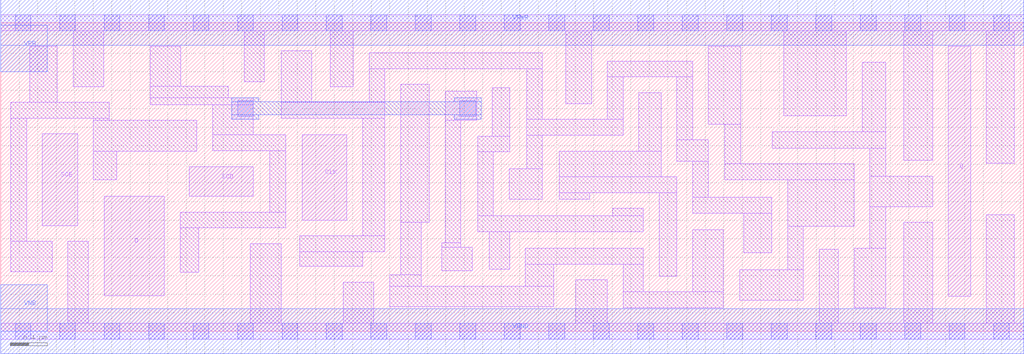
<source format=lef>
# Copyright 2020 The SkyWater PDK Authors
#
# Licensed under the Apache License, Version 2.0 (the "License");
# you may not use this file except in compliance with the License.
# You may obtain a copy of the License at
#
#     https://www.apache.org/licenses/LICENSE-2.0
#
# Unless required by applicable law or agreed to in writing, software
# distributed under the License is distributed on an "AS IS" BASIS,
# WITHOUT WARRANTIES OR CONDITIONS OF ANY KIND, either express or implied.
# See the License for the specific language governing permissions and
# limitations under the License.
#
# SPDX-License-Identifier: Apache-2.0

VERSION 5.5 ;
NAMESCASESENSITIVE ON ;
BUSBITCHARS "[]" ;
DIVIDERCHAR "/" ;
MACRO sky130_fd_sc_lp__sdfxtp_2
  CLASS CORE ;
  SOURCE USER ;
  ORIGIN  0.000000  0.000000 ;
  SIZE  11.04000 BY  3.330000 ;
  SYMMETRY X Y R90 ;
  SITE unit ;
  PIN D
    ANTENNAGATEAREA  0.159000 ;
    DIRECTION INPUT ;
    USE SIGNAL ;
    PORT
      LAYER li1 ;
        RECT 1.115000 0.385000 1.765000 1.455000 ;
    END
  END D
  PIN Q
    ANTENNADIFFAREA  0.588000 ;
    DIRECTION OUTPUT ;
    USE SIGNAL ;
    PORT
      LAYER li1 ;
        RECT 10.225000 0.375000 10.465000 3.075000 ;
    END
  END Q
  PIN SCD
    ANTENNAGATEAREA  0.159000 ;
    DIRECTION INPUT ;
    USE SIGNAL ;
    PORT
      LAYER li1 ;
        RECT 2.035000 1.455000 2.725000 1.775000 ;
    END
  END SCD
  PIN SCE
    ANTENNAGATEAREA  0.318000 ;
    DIRECTION INPUT ;
    USE SIGNAL ;
    PORT
      LAYER li1 ;
        RECT 0.450000 1.140000 0.830000 2.130000 ;
    END
  END SCE
  PIN CLK
    ANTENNAGATEAREA  0.159000 ;
    DIRECTION INPUT ;
    USE CLOCK ;
    PORT
      LAYER li1 ;
        RECT 3.255000 1.200000 3.735000 2.120000 ;
    END
  END CLK
  PIN VGND
    DIRECTION INOUT ;
    USE GROUND ;
    PORT
      LAYER met1 ;
        RECT 0.000000 -0.245000 11.040000 0.245000 ;
    END
  END VGND
  PIN VNB
    DIRECTION INOUT ;
    USE GROUND ;
    PORT
      LAYER met1 ;
        RECT 0.000000 0.000000 0.500000 0.500000 ;
    END
  END VNB
  PIN VPB
    DIRECTION INOUT ;
    USE POWER ;
    PORT
      LAYER met1 ;
        RECT 0.000000 2.800000 0.500000 3.300000 ;
    END
  END VPB
  PIN VPWR
    DIRECTION INOUT ;
    USE POWER ;
    PORT
      LAYER met1 ;
        RECT 0.000000 3.085000 11.040000 3.575000 ;
    END
  END VPWR
  OBS
    LAYER li1 ;
      RECT  0.000000 -0.085000 11.040000 0.085000 ;
      RECT  0.000000  3.245000 11.040000 3.415000 ;
      RECT  0.110000  0.640000  0.555000 0.970000 ;
      RECT  0.110000  0.970000  0.280000 2.300000 ;
      RECT  0.110000  2.300000  1.170000 2.470000 ;
      RECT  0.315000  2.470000  0.610000 3.075000 ;
      RECT  0.725000  0.085000  0.945000 0.970000 ;
      RECT  0.780000  2.640000  1.110000 3.245000 ;
      RECT  1.000000  1.635000  1.250000 1.945000 ;
      RECT  1.000000  1.945000  2.115000 2.275000 ;
      RECT  1.000000  2.275000  1.170000 2.300000 ;
      RECT  1.615000  2.445000  2.725000 2.520000 ;
      RECT  1.615000  2.520000  2.455000 2.645000 ;
      RECT  1.615000  2.645000  1.945000 3.075000 ;
      RECT  1.935000  0.635000  2.135000 1.115000 ;
      RECT  1.935000  1.115000  3.075000 1.285000 ;
      RECT  2.285000  1.950000  3.075000 2.120000 ;
      RECT  2.285000  2.120000  2.725000 2.445000 ;
      RECT  2.625000  2.690000  2.845000 3.245000 ;
      RECT  2.695000  0.085000  3.025000 0.945000 ;
      RECT  2.905000  1.285000  3.075000 1.950000 ;
      RECT  3.025000  2.300000  4.145000 2.470000 ;
      RECT  3.025000  2.470000  3.355000 3.025000 ;
      RECT  3.225000  0.700000  3.905000 0.860000 ;
      RECT  3.225000  0.860000  4.145000 1.030000 ;
      RECT  3.555000  2.640000  3.805000 3.245000 ;
      RECT  3.695000  0.085000  4.025000 0.530000 ;
      RECT  3.905000  1.030000  4.145000 2.300000 ;
      RECT  3.975000  2.470000  4.145000 2.835000 ;
      RECT  3.975000  2.835000  5.845000 3.005000 ;
      RECT  4.195000  0.265000  5.965000 0.485000 ;
      RECT  4.195000  0.485000  4.535000 0.610000 ;
      RECT  4.315000  0.610000  4.535000 1.175000 ;
      RECT  4.315000  1.175000  4.625000 2.665000 ;
      RECT  4.760000  0.655000  5.090000 0.905000 ;
      RECT  4.760000  0.905000  4.965000 0.955000 ;
      RECT  4.795000  0.955000  4.965000 2.275000 ;
      RECT  4.795000  2.275000  5.135000 2.590000 ;
      RECT  5.145000  1.075000  6.935000 1.245000 ;
      RECT  5.145000  1.245000  5.315000 1.935000 ;
      RECT  5.145000  1.935000  5.495000 2.105000 ;
      RECT  5.270000  0.670000  5.490000 1.075000 ;
      RECT  5.305000  2.105000  5.495000 2.630000 ;
      RECT  5.485000  1.425000  5.845000 1.755000 ;
      RECT  5.660000  0.485000  5.965000 0.725000 ;
      RECT  5.660000  0.725000  6.935000 0.895000 ;
      RECT  5.675000  1.755000  5.845000 2.115000 ;
      RECT  5.675000  2.115000  6.715000 2.285000 ;
      RECT  5.675000  2.285000  5.845000 2.835000 ;
      RECT  6.025000  1.425000  6.355000 1.495000 ;
      RECT  6.025000  1.495000  7.295000 1.665000 ;
      RECT  6.025000  1.665000  7.125000 1.945000 ;
      RECT  6.095000  2.455000  6.375000 3.245000 ;
      RECT  6.205000  0.085000  6.545000 0.555000 ;
      RECT  6.545000  2.285000  6.715000 2.745000 ;
      RECT  6.545000  2.745000  7.465000 2.915000 ;
      RECT  6.605000  1.245000  6.935000 1.325000 ;
      RECT  6.715000  0.255000  7.795000 0.425000 ;
      RECT  6.715000  0.425000  6.935000 0.725000 ;
      RECT  6.885000  1.945000  7.125000 2.575000 ;
      RECT  7.105000  0.595000  7.295000 1.495000 ;
      RECT  7.295000  1.835000  7.635000 2.065000 ;
      RECT  7.295000  2.065000  7.465000 2.745000 ;
      RECT  7.465000  0.425000  7.795000 1.095000 ;
      RECT  7.465000  1.275000  8.320000 1.445000 ;
      RECT  7.465000  1.445000  7.635000 1.835000 ;
      RECT  7.635000  2.235000  7.985000 3.075000 ;
      RECT  7.815000  1.635000  9.210000 1.805000 ;
      RECT  7.815000  1.805000  7.985000 2.235000 ;
      RECT  7.975000  0.335000  8.660000 0.665000 ;
      RECT  8.020000  0.845000  8.320000 1.275000 ;
      RECT  8.325000  1.975000  9.550000 2.155000 ;
      RECT  8.450000  2.325000  9.125000 3.245000 ;
      RECT  8.490000  0.665000  8.660000 1.135000 ;
      RECT  8.490000  1.135000  9.210000 1.635000 ;
      RECT  8.830000  0.085000  9.040000 0.885000 ;
      RECT  9.210000  0.255000  9.550000 0.895000 ;
      RECT  9.295000  2.155000  9.550000 2.905000 ;
      RECT  9.380000  0.895000  9.550000 1.345000 ;
      RECT  9.380000  1.345000 10.055000 1.675000 ;
      RECT  9.380000  1.675000  9.550000 1.975000 ;
      RECT  9.745000  0.085000 10.055000 1.175000 ;
      RECT  9.745000  1.845000 10.055000 3.245000 ;
      RECT 10.635000  0.085000 10.935000 1.255000 ;
      RECT 10.635000  1.815000 10.935000 3.245000 ;
    LAYER mcon ;
      RECT  0.155000 -0.085000  0.325000 0.085000 ;
      RECT  0.155000  3.245000  0.325000 3.415000 ;
      RECT  0.635000 -0.085000  0.805000 0.085000 ;
      RECT  0.635000  3.245000  0.805000 3.415000 ;
      RECT  1.115000 -0.085000  1.285000 0.085000 ;
      RECT  1.115000  3.245000  1.285000 3.415000 ;
      RECT  1.595000 -0.085000  1.765000 0.085000 ;
      RECT  1.595000  3.245000  1.765000 3.415000 ;
      RECT  2.075000 -0.085000  2.245000 0.085000 ;
      RECT  2.075000  3.245000  2.245000 3.415000 ;
      RECT  2.555000 -0.085000  2.725000 0.085000 ;
      RECT  2.555000  2.320000  2.725000 2.490000 ;
      RECT  2.555000  3.245000  2.725000 3.415000 ;
      RECT  3.035000 -0.085000  3.205000 0.085000 ;
      RECT  3.035000  3.245000  3.205000 3.415000 ;
      RECT  3.515000 -0.085000  3.685000 0.085000 ;
      RECT  3.515000  3.245000  3.685000 3.415000 ;
      RECT  3.995000 -0.085000  4.165000 0.085000 ;
      RECT  3.995000  3.245000  4.165000 3.415000 ;
      RECT  4.475000 -0.085000  4.645000 0.085000 ;
      RECT  4.475000  3.245000  4.645000 3.415000 ;
      RECT  4.955000 -0.085000  5.125000 0.085000 ;
      RECT  4.955000  2.320000  5.125000 2.490000 ;
      RECT  4.955000  3.245000  5.125000 3.415000 ;
      RECT  5.435000 -0.085000  5.605000 0.085000 ;
      RECT  5.435000  3.245000  5.605000 3.415000 ;
      RECT  5.915000 -0.085000  6.085000 0.085000 ;
      RECT  5.915000  3.245000  6.085000 3.415000 ;
      RECT  6.395000 -0.085000  6.565000 0.085000 ;
      RECT  6.395000  3.245000  6.565000 3.415000 ;
      RECT  6.875000 -0.085000  7.045000 0.085000 ;
      RECT  6.875000  3.245000  7.045000 3.415000 ;
      RECT  7.355000 -0.085000  7.525000 0.085000 ;
      RECT  7.355000  3.245000  7.525000 3.415000 ;
      RECT  7.835000 -0.085000  8.005000 0.085000 ;
      RECT  7.835000  3.245000  8.005000 3.415000 ;
      RECT  8.315000 -0.085000  8.485000 0.085000 ;
      RECT  8.315000  3.245000  8.485000 3.415000 ;
      RECT  8.795000 -0.085000  8.965000 0.085000 ;
      RECT  8.795000  3.245000  8.965000 3.415000 ;
      RECT  9.275000 -0.085000  9.445000 0.085000 ;
      RECT  9.275000  3.245000  9.445000 3.415000 ;
      RECT  9.755000 -0.085000  9.925000 0.085000 ;
      RECT  9.755000  3.245000  9.925000 3.415000 ;
      RECT 10.235000 -0.085000 10.405000 0.085000 ;
      RECT 10.235000  3.245000 10.405000 3.415000 ;
      RECT 10.715000 -0.085000 10.885000 0.085000 ;
      RECT 10.715000  3.245000 10.885000 3.415000 ;
    LAYER met1 ;
      RECT 2.495000 2.290000 2.785000 2.335000 ;
      RECT 2.495000 2.335000 5.185000 2.475000 ;
      RECT 2.495000 2.475000 2.785000 2.520000 ;
      RECT 4.895000 2.290000 5.185000 2.335000 ;
      RECT 4.895000 2.475000 5.185000 2.520000 ;
  END
END sky130_fd_sc_lp__sdfxtp_2
END LIBRARY

</source>
